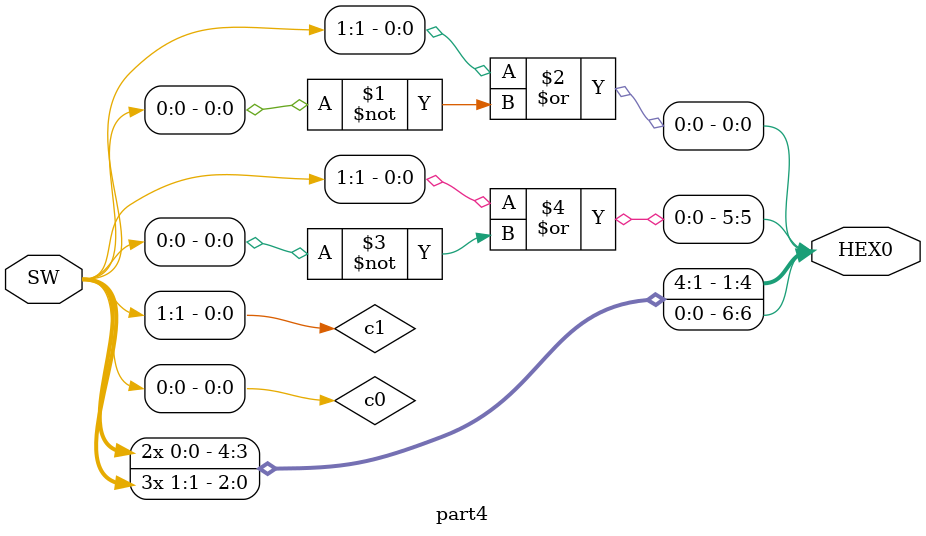
<source format=v>
module part4 (SW, HEX0);
	input [9:0] SW;
	output [0:6] HEX0;
	
	wire c0, c1;

	assign c0 = SW[0];
	assign c1 = SW[1];
	
	assign HEX0[0] = c1|~c0;
	assign HEX0[1] = c0;
	assign HEX0[2] = c0;
	assign HEX0[3] = c1;
	assign HEX0[4] = c1;
	assign HEX0[5] = c1|~c0;
	assign HEX0[6] = c1;

endmodule 
	
</source>
